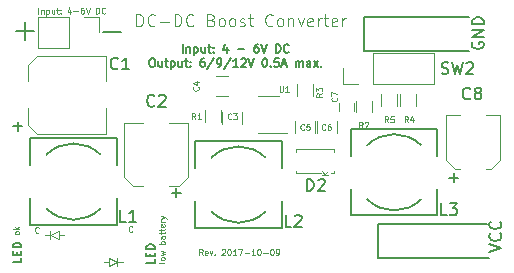
<source format=gto>
G04 #@! TF.FileFunction,Legend,Top*
%FSLAX46Y46*%
G04 Gerber Fmt 4.6, Leading zero omitted, Abs format (unit mm)*
G04 Created by KiCad (PCBNEW 4.0.6) date 2017 October 10, Tuesday 00:19:03*
%MOMM*%
%LPD*%
G01*
G04 APERTURE LIST*
%ADD10C,0.100000*%
%ADD11C,0.125000*%
%ADD12C,0.180000*%
%ADD13C,0.150000*%
%ADD14C,0.200000*%
%ADD15C,0.120000*%
%ADD16C,0.050000*%
G04 APERTURE END LIST*
D10*
D11*
X112791469Y-90980390D02*
X112624802Y-90742295D01*
X112505755Y-90980390D02*
X112505755Y-90480390D01*
X112696231Y-90480390D01*
X112743850Y-90504200D01*
X112767659Y-90528010D01*
X112791469Y-90575629D01*
X112791469Y-90647057D01*
X112767659Y-90694676D01*
X112743850Y-90718486D01*
X112696231Y-90742295D01*
X112505755Y-90742295D01*
X113196231Y-90956581D02*
X113148612Y-90980390D01*
X113053374Y-90980390D01*
X113005755Y-90956581D01*
X112981945Y-90908962D01*
X112981945Y-90718486D01*
X113005755Y-90670867D01*
X113053374Y-90647057D01*
X113148612Y-90647057D01*
X113196231Y-90670867D01*
X113220040Y-90718486D01*
X113220040Y-90766105D01*
X112981945Y-90813724D01*
X113386707Y-90647057D02*
X113505754Y-90980390D01*
X113624802Y-90647057D01*
X113815278Y-90932771D02*
X113839087Y-90956581D01*
X113815278Y-90980390D01*
X113791468Y-90956581D01*
X113815278Y-90932771D01*
X113815278Y-90980390D01*
X114410515Y-90528010D02*
X114434325Y-90504200D01*
X114481944Y-90480390D01*
X114600991Y-90480390D01*
X114648610Y-90504200D01*
X114672420Y-90528010D01*
X114696229Y-90575629D01*
X114696229Y-90623248D01*
X114672420Y-90694676D01*
X114386706Y-90980390D01*
X114696229Y-90980390D01*
X115005753Y-90480390D02*
X115053372Y-90480390D01*
X115100991Y-90504200D01*
X115124800Y-90528010D01*
X115148610Y-90575629D01*
X115172419Y-90670867D01*
X115172419Y-90789914D01*
X115148610Y-90885152D01*
X115124800Y-90932771D01*
X115100991Y-90956581D01*
X115053372Y-90980390D01*
X115005753Y-90980390D01*
X114958134Y-90956581D01*
X114934324Y-90932771D01*
X114910515Y-90885152D01*
X114886705Y-90789914D01*
X114886705Y-90670867D01*
X114910515Y-90575629D01*
X114934324Y-90528010D01*
X114958134Y-90504200D01*
X115005753Y-90480390D01*
X115648609Y-90980390D02*
X115362895Y-90980390D01*
X115505752Y-90980390D02*
X115505752Y-90480390D01*
X115458133Y-90551819D01*
X115410514Y-90599438D01*
X115362895Y-90623248D01*
X115815276Y-90480390D02*
X116148609Y-90480390D01*
X115934323Y-90980390D01*
X116339085Y-90789914D02*
X116720037Y-90789914D01*
X117220037Y-90980390D02*
X116934323Y-90980390D01*
X117077180Y-90980390D02*
X117077180Y-90480390D01*
X117029561Y-90551819D01*
X116981942Y-90599438D01*
X116934323Y-90623248D01*
X117529561Y-90480390D02*
X117577180Y-90480390D01*
X117624799Y-90504200D01*
X117648608Y-90528010D01*
X117672418Y-90575629D01*
X117696227Y-90670867D01*
X117696227Y-90789914D01*
X117672418Y-90885152D01*
X117648608Y-90932771D01*
X117624799Y-90956581D01*
X117577180Y-90980390D01*
X117529561Y-90980390D01*
X117481942Y-90956581D01*
X117458132Y-90932771D01*
X117434323Y-90885152D01*
X117410513Y-90789914D01*
X117410513Y-90670867D01*
X117434323Y-90575629D01*
X117458132Y-90528010D01*
X117481942Y-90504200D01*
X117529561Y-90480390D01*
X117910513Y-90789914D02*
X118291465Y-90789914D01*
X118624799Y-90480390D02*
X118672418Y-90480390D01*
X118720037Y-90504200D01*
X118743846Y-90528010D01*
X118767656Y-90575629D01*
X118791465Y-90670867D01*
X118791465Y-90789914D01*
X118767656Y-90885152D01*
X118743846Y-90932771D01*
X118720037Y-90956581D01*
X118672418Y-90980390D01*
X118624799Y-90980390D01*
X118577180Y-90956581D01*
X118553370Y-90932771D01*
X118529561Y-90885152D01*
X118505751Y-90789914D01*
X118505751Y-90670867D01*
X118529561Y-90575629D01*
X118553370Y-90528010D01*
X118577180Y-90504200D01*
X118624799Y-90480390D01*
X119029560Y-90980390D02*
X119124798Y-90980390D01*
X119172417Y-90956581D01*
X119196227Y-90932771D01*
X119243846Y-90861343D01*
X119267655Y-90766105D01*
X119267655Y-90575629D01*
X119243846Y-90528010D01*
X119220036Y-90504200D01*
X119172417Y-90480390D01*
X119077179Y-90480390D01*
X119029560Y-90504200D01*
X119005751Y-90528010D01*
X118981941Y-90575629D01*
X118981941Y-90694676D01*
X119005751Y-90742295D01*
X119029560Y-90766105D01*
X119077179Y-90789914D01*
X119172417Y-90789914D01*
X119220036Y-90766105D01*
X119243846Y-90742295D01*
X119267655Y-90694676D01*
X97254190Y-89138095D02*
X97230381Y-89185714D01*
X97206571Y-89209523D01*
X97158952Y-89233333D01*
X97016095Y-89233333D01*
X96968476Y-89209523D01*
X96944667Y-89185714D01*
X96920857Y-89138095D01*
X96920857Y-89066666D01*
X96944667Y-89019047D01*
X96968476Y-88995238D01*
X97016095Y-88971428D01*
X97158952Y-88971428D01*
X97206571Y-88995238D01*
X97230381Y-89019047D01*
X97254190Y-89066666D01*
X97254190Y-89138095D01*
X97254190Y-88757142D02*
X96754190Y-88757142D01*
X97063714Y-88709523D02*
X97254190Y-88566666D01*
X96920857Y-88566666D02*
X97111333Y-88757142D01*
X98880173Y-70533390D02*
X98880173Y-70033390D01*
X99118268Y-70200057D02*
X99118268Y-70533390D01*
X99118268Y-70247676D02*
X99142077Y-70223867D01*
X99189696Y-70200057D01*
X99261125Y-70200057D01*
X99308744Y-70223867D01*
X99332553Y-70271486D01*
X99332553Y-70533390D01*
X99570649Y-70200057D02*
X99570649Y-70700057D01*
X99570649Y-70223867D02*
X99618268Y-70200057D01*
X99713506Y-70200057D01*
X99761125Y-70223867D01*
X99784934Y-70247676D01*
X99808744Y-70295295D01*
X99808744Y-70438152D01*
X99784934Y-70485771D01*
X99761125Y-70509581D01*
X99713506Y-70533390D01*
X99618268Y-70533390D01*
X99570649Y-70509581D01*
X100237315Y-70200057D02*
X100237315Y-70533390D01*
X100023030Y-70200057D02*
X100023030Y-70461962D01*
X100046839Y-70509581D01*
X100094458Y-70533390D01*
X100165887Y-70533390D01*
X100213506Y-70509581D01*
X100237315Y-70485771D01*
X100403982Y-70200057D02*
X100594458Y-70200057D01*
X100475411Y-70033390D02*
X100475411Y-70461962D01*
X100499220Y-70509581D01*
X100546839Y-70533390D01*
X100594458Y-70533390D01*
X100761125Y-70485771D02*
X100784934Y-70509581D01*
X100761125Y-70533390D01*
X100737315Y-70509581D01*
X100761125Y-70485771D01*
X100761125Y-70533390D01*
X100761125Y-70223867D02*
X100784934Y-70247676D01*
X100761125Y-70271486D01*
X100737315Y-70247676D01*
X100761125Y-70223867D01*
X100761125Y-70271486D01*
X101594457Y-70200057D02*
X101594457Y-70533390D01*
X101475410Y-70009581D02*
X101356362Y-70366724D01*
X101665886Y-70366724D01*
X101856362Y-70342914D02*
X102237314Y-70342914D01*
X102689695Y-70033390D02*
X102594457Y-70033390D01*
X102546838Y-70057200D01*
X102523029Y-70081010D01*
X102475410Y-70152438D01*
X102451600Y-70247676D01*
X102451600Y-70438152D01*
X102475410Y-70485771D01*
X102499219Y-70509581D01*
X102546838Y-70533390D01*
X102642076Y-70533390D01*
X102689695Y-70509581D01*
X102713505Y-70485771D01*
X102737314Y-70438152D01*
X102737314Y-70319105D01*
X102713505Y-70271486D01*
X102689695Y-70247676D01*
X102642076Y-70223867D01*
X102546838Y-70223867D01*
X102499219Y-70247676D01*
X102475410Y-70271486D01*
X102451600Y-70319105D01*
X102880171Y-70033390D02*
X103046838Y-70533390D01*
X103213504Y-70033390D01*
X103761123Y-70533390D02*
X103761123Y-70033390D01*
X103880170Y-70033390D01*
X103951599Y-70057200D01*
X103999218Y-70104819D01*
X104023027Y-70152438D01*
X104046837Y-70247676D01*
X104046837Y-70319105D01*
X104023027Y-70414343D01*
X103999218Y-70461962D01*
X103951599Y-70509581D01*
X103880170Y-70533390D01*
X103761123Y-70533390D01*
X104546837Y-70485771D02*
X104523027Y-70509581D01*
X104451599Y-70533390D01*
X104403980Y-70533390D01*
X104332551Y-70509581D01*
X104284932Y-70461962D01*
X104261123Y-70414343D01*
X104237313Y-70319105D01*
X104237313Y-70247676D01*
X104261123Y-70152438D01*
X104284932Y-70104819D01*
X104332551Y-70057200D01*
X104403980Y-70033390D01*
X104451599Y-70033390D01*
X104523027Y-70057200D01*
X104546837Y-70081010D01*
D12*
X104394095Y-72126457D02*
X105917905Y-72126457D01*
D13*
X111086668Y-73833867D02*
X111086668Y-73133867D01*
X111420001Y-73367200D02*
X111420001Y-73833867D01*
X111420001Y-73433867D02*
X111453334Y-73400533D01*
X111520001Y-73367200D01*
X111620001Y-73367200D01*
X111686667Y-73400533D01*
X111720001Y-73467200D01*
X111720001Y-73833867D01*
X112053334Y-73367200D02*
X112053334Y-74067200D01*
X112053334Y-73400533D02*
X112120000Y-73367200D01*
X112253334Y-73367200D01*
X112320000Y-73400533D01*
X112353334Y-73433867D01*
X112386667Y-73500533D01*
X112386667Y-73700533D01*
X112353334Y-73767200D01*
X112320000Y-73800533D01*
X112253334Y-73833867D01*
X112120000Y-73833867D01*
X112053334Y-73800533D01*
X112986667Y-73367200D02*
X112986667Y-73833867D01*
X112686667Y-73367200D02*
X112686667Y-73733867D01*
X112720000Y-73800533D01*
X112786667Y-73833867D01*
X112886667Y-73833867D01*
X112953333Y-73800533D01*
X112986667Y-73767200D01*
X113220000Y-73367200D02*
X113486666Y-73367200D01*
X113320000Y-73133867D02*
X113320000Y-73733867D01*
X113353333Y-73800533D01*
X113420000Y-73833867D01*
X113486666Y-73833867D01*
X113720000Y-73767200D02*
X113753333Y-73800533D01*
X113720000Y-73833867D01*
X113686666Y-73800533D01*
X113720000Y-73767200D01*
X113720000Y-73833867D01*
X113720000Y-73400533D02*
X113753333Y-73433867D01*
X113720000Y-73467200D01*
X113686666Y-73433867D01*
X113720000Y-73400533D01*
X113720000Y-73467200D01*
X114886666Y-73367200D02*
X114886666Y-73833867D01*
X114719999Y-73100533D02*
X114553332Y-73600533D01*
X114986666Y-73600533D01*
X115786666Y-73567200D02*
X116319999Y-73567200D01*
X117486666Y-73133867D02*
X117353332Y-73133867D01*
X117286666Y-73167200D01*
X117253332Y-73200533D01*
X117186666Y-73300533D01*
X117153332Y-73433867D01*
X117153332Y-73700533D01*
X117186666Y-73767200D01*
X117219999Y-73800533D01*
X117286666Y-73833867D01*
X117419999Y-73833867D01*
X117486666Y-73800533D01*
X117519999Y-73767200D01*
X117553332Y-73700533D01*
X117553332Y-73533867D01*
X117519999Y-73467200D01*
X117486666Y-73433867D01*
X117419999Y-73400533D01*
X117286666Y-73400533D01*
X117219999Y-73433867D01*
X117186666Y-73467200D01*
X117153332Y-73533867D01*
X117753333Y-73133867D02*
X117986666Y-73833867D01*
X118219999Y-73133867D01*
X118986666Y-73833867D02*
X118986666Y-73133867D01*
X119153332Y-73133867D01*
X119253332Y-73167200D01*
X119319999Y-73233867D01*
X119353332Y-73300533D01*
X119386666Y-73433867D01*
X119386666Y-73533867D01*
X119353332Y-73667200D01*
X119319999Y-73733867D01*
X119253332Y-73800533D01*
X119153332Y-73833867D01*
X118986666Y-73833867D01*
X120086666Y-73767200D02*
X120053332Y-73800533D01*
X119953332Y-73833867D01*
X119886666Y-73833867D01*
X119786666Y-73800533D01*
X119719999Y-73733867D01*
X119686666Y-73667200D01*
X119653332Y-73533867D01*
X119653332Y-73433867D01*
X119686666Y-73300533D01*
X119719999Y-73233867D01*
X119786666Y-73167200D01*
X119886666Y-73133867D01*
X119953332Y-73133867D01*
X120053332Y-73167200D01*
X120086666Y-73200533D01*
X108453335Y-74333867D02*
X108586668Y-74333867D01*
X108653335Y-74367200D01*
X108720002Y-74433867D01*
X108753335Y-74567200D01*
X108753335Y-74800533D01*
X108720002Y-74933867D01*
X108653335Y-75000533D01*
X108586668Y-75033867D01*
X108453335Y-75033867D01*
X108386668Y-75000533D01*
X108320002Y-74933867D01*
X108286668Y-74800533D01*
X108286668Y-74567200D01*
X108320002Y-74433867D01*
X108386668Y-74367200D01*
X108453335Y-74333867D01*
X109353335Y-74567200D02*
X109353335Y-75033867D01*
X109053335Y-74567200D02*
X109053335Y-74933867D01*
X109086668Y-75000533D01*
X109153335Y-75033867D01*
X109253335Y-75033867D01*
X109320001Y-75000533D01*
X109353335Y-74967200D01*
X109586668Y-74567200D02*
X109853334Y-74567200D01*
X109686668Y-74333867D02*
X109686668Y-74933867D01*
X109720001Y-75000533D01*
X109786668Y-75033867D01*
X109853334Y-75033867D01*
X110086668Y-74567200D02*
X110086668Y-75267200D01*
X110086668Y-74600533D02*
X110153334Y-74567200D01*
X110286668Y-74567200D01*
X110353334Y-74600533D01*
X110386668Y-74633867D01*
X110420001Y-74700533D01*
X110420001Y-74900533D01*
X110386668Y-74967200D01*
X110353334Y-75000533D01*
X110286668Y-75033867D01*
X110153334Y-75033867D01*
X110086668Y-75000533D01*
X111020001Y-74567200D02*
X111020001Y-75033867D01*
X110720001Y-74567200D02*
X110720001Y-74933867D01*
X110753334Y-75000533D01*
X110820001Y-75033867D01*
X110920001Y-75033867D01*
X110986667Y-75000533D01*
X111020001Y-74967200D01*
X111253334Y-74567200D02*
X111520000Y-74567200D01*
X111353334Y-74333867D02*
X111353334Y-74933867D01*
X111386667Y-75000533D01*
X111453334Y-75033867D01*
X111520000Y-75033867D01*
X111753334Y-74967200D02*
X111786667Y-75000533D01*
X111753334Y-75033867D01*
X111720000Y-75000533D01*
X111753334Y-74967200D01*
X111753334Y-75033867D01*
X111753334Y-74600533D02*
X111786667Y-74633867D01*
X111753334Y-74667200D01*
X111720000Y-74633867D01*
X111753334Y-74600533D01*
X111753334Y-74667200D01*
X112920000Y-74333867D02*
X112786666Y-74333867D01*
X112720000Y-74367200D01*
X112686666Y-74400533D01*
X112620000Y-74500533D01*
X112586666Y-74633867D01*
X112586666Y-74900533D01*
X112620000Y-74967200D01*
X112653333Y-75000533D01*
X112720000Y-75033867D01*
X112853333Y-75033867D01*
X112920000Y-75000533D01*
X112953333Y-74967200D01*
X112986666Y-74900533D01*
X112986666Y-74733867D01*
X112953333Y-74667200D01*
X112920000Y-74633867D01*
X112853333Y-74600533D01*
X112720000Y-74600533D01*
X112653333Y-74633867D01*
X112620000Y-74667200D01*
X112586666Y-74733867D01*
X113786667Y-74300533D02*
X113186667Y-75200533D01*
X114053333Y-75033867D02*
X114186666Y-75033867D01*
X114253333Y-75000533D01*
X114286666Y-74967200D01*
X114353333Y-74867200D01*
X114386666Y-74733867D01*
X114386666Y-74467200D01*
X114353333Y-74400533D01*
X114320000Y-74367200D01*
X114253333Y-74333867D01*
X114120000Y-74333867D01*
X114053333Y-74367200D01*
X114020000Y-74400533D01*
X113986666Y-74467200D01*
X113986666Y-74633867D01*
X114020000Y-74700533D01*
X114053333Y-74733867D01*
X114120000Y-74767200D01*
X114253333Y-74767200D01*
X114320000Y-74733867D01*
X114353333Y-74700533D01*
X114386666Y-74633867D01*
X115186667Y-74300533D02*
X114586667Y-75200533D01*
X115786666Y-75033867D02*
X115386666Y-75033867D01*
X115586666Y-75033867D02*
X115586666Y-74333867D01*
X115520000Y-74433867D01*
X115453333Y-74500533D01*
X115386666Y-74533867D01*
X116053333Y-74400533D02*
X116086667Y-74367200D01*
X116153333Y-74333867D01*
X116320000Y-74333867D01*
X116386667Y-74367200D01*
X116420000Y-74400533D01*
X116453333Y-74467200D01*
X116453333Y-74533867D01*
X116420000Y-74633867D01*
X116020000Y-75033867D01*
X116453333Y-75033867D01*
X116653334Y-74333867D02*
X116886667Y-75033867D01*
X117120000Y-74333867D01*
X118020000Y-74333867D02*
X118086667Y-74333867D01*
X118153333Y-74367200D01*
X118186667Y-74400533D01*
X118220000Y-74467200D01*
X118253333Y-74600533D01*
X118253333Y-74767200D01*
X118220000Y-74900533D01*
X118186667Y-74967200D01*
X118153333Y-75000533D01*
X118086667Y-75033867D01*
X118020000Y-75033867D01*
X117953333Y-75000533D01*
X117920000Y-74967200D01*
X117886667Y-74900533D01*
X117853333Y-74767200D01*
X117853333Y-74600533D01*
X117886667Y-74467200D01*
X117920000Y-74400533D01*
X117953333Y-74367200D01*
X118020000Y-74333867D01*
X118553334Y-74967200D02*
X118586667Y-75000533D01*
X118553334Y-75033867D01*
X118520000Y-75000533D01*
X118553334Y-74967200D01*
X118553334Y-75033867D01*
X119220000Y-74333867D02*
X118886667Y-74333867D01*
X118853333Y-74667200D01*
X118886667Y-74633867D01*
X118953333Y-74600533D01*
X119120000Y-74600533D01*
X119186667Y-74633867D01*
X119220000Y-74667200D01*
X119253333Y-74733867D01*
X119253333Y-74900533D01*
X119220000Y-74967200D01*
X119186667Y-75000533D01*
X119120000Y-75033867D01*
X118953333Y-75033867D01*
X118886667Y-75000533D01*
X118853333Y-74967200D01*
X119520000Y-74833867D02*
X119853334Y-74833867D01*
X119453334Y-75033867D02*
X119686667Y-74333867D01*
X119920000Y-75033867D01*
X120686667Y-75033867D02*
X120686667Y-74567200D01*
X120686667Y-74633867D02*
X120720000Y-74600533D01*
X120786667Y-74567200D01*
X120886667Y-74567200D01*
X120953333Y-74600533D01*
X120986667Y-74667200D01*
X120986667Y-75033867D01*
X120986667Y-74667200D02*
X121020000Y-74600533D01*
X121086667Y-74567200D01*
X121186667Y-74567200D01*
X121253333Y-74600533D01*
X121286667Y-74667200D01*
X121286667Y-75033867D01*
X121920000Y-75033867D02*
X121920000Y-74667200D01*
X121886666Y-74600533D01*
X121820000Y-74567200D01*
X121686666Y-74567200D01*
X121620000Y-74600533D01*
X121920000Y-75000533D02*
X121853333Y-75033867D01*
X121686666Y-75033867D01*
X121620000Y-75000533D01*
X121586666Y-74933867D01*
X121586666Y-74867200D01*
X121620000Y-74800533D01*
X121686666Y-74767200D01*
X121853333Y-74767200D01*
X121920000Y-74733867D01*
X122186666Y-75033867D02*
X122553333Y-74567200D01*
X122186666Y-74567200D02*
X122553333Y-75033867D01*
X122820000Y-74967200D02*
X122853333Y-75000533D01*
X122820000Y-75033867D01*
X122786666Y-75000533D01*
X122820000Y-74967200D01*
X122820000Y-75033867D01*
D11*
X107190684Y-71597781D02*
X107190684Y-70597781D01*
X107428779Y-70597781D01*
X107571637Y-70645400D01*
X107666875Y-70740638D01*
X107714494Y-70835876D01*
X107762113Y-71026352D01*
X107762113Y-71169210D01*
X107714494Y-71359686D01*
X107666875Y-71454924D01*
X107571637Y-71550162D01*
X107428779Y-71597781D01*
X107190684Y-71597781D01*
X108762113Y-71502543D02*
X108714494Y-71550162D01*
X108571637Y-71597781D01*
X108476399Y-71597781D01*
X108333541Y-71550162D01*
X108238303Y-71454924D01*
X108190684Y-71359686D01*
X108143065Y-71169210D01*
X108143065Y-71026352D01*
X108190684Y-70835876D01*
X108238303Y-70740638D01*
X108333541Y-70645400D01*
X108476399Y-70597781D01*
X108571637Y-70597781D01*
X108714494Y-70645400D01*
X108762113Y-70693019D01*
X109190684Y-71216829D02*
X109952589Y-71216829D01*
X110428779Y-71597781D02*
X110428779Y-70597781D01*
X110666874Y-70597781D01*
X110809732Y-70645400D01*
X110904970Y-70740638D01*
X110952589Y-70835876D01*
X111000208Y-71026352D01*
X111000208Y-71169210D01*
X110952589Y-71359686D01*
X110904970Y-71454924D01*
X110809732Y-71550162D01*
X110666874Y-71597781D01*
X110428779Y-71597781D01*
X112000208Y-71502543D02*
X111952589Y-71550162D01*
X111809732Y-71597781D01*
X111714494Y-71597781D01*
X111571636Y-71550162D01*
X111476398Y-71454924D01*
X111428779Y-71359686D01*
X111381160Y-71169210D01*
X111381160Y-71026352D01*
X111428779Y-70835876D01*
X111476398Y-70740638D01*
X111571636Y-70645400D01*
X111714494Y-70597781D01*
X111809732Y-70597781D01*
X111952589Y-70645400D01*
X112000208Y-70693019D01*
X113524018Y-71073971D02*
X113666875Y-71121590D01*
X113714494Y-71169210D01*
X113762113Y-71264448D01*
X113762113Y-71407305D01*
X113714494Y-71502543D01*
X113666875Y-71550162D01*
X113571637Y-71597781D01*
X113190684Y-71597781D01*
X113190684Y-70597781D01*
X113524018Y-70597781D01*
X113619256Y-70645400D01*
X113666875Y-70693019D01*
X113714494Y-70788257D01*
X113714494Y-70883495D01*
X113666875Y-70978733D01*
X113619256Y-71026352D01*
X113524018Y-71073971D01*
X113190684Y-71073971D01*
X114333541Y-71597781D02*
X114238303Y-71550162D01*
X114190684Y-71502543D01*
X114143065Y-71407305D01*
X114143065Y-71121590D01*
X114190684Y-71026352D01*
X114238303Y-70978733D01*
X114333541Y-70931114D01*
X114476399Y-70931114D01*
X114571637Y-70978733D01*
X114619256Y-71026352D01*
X114666875Y-71121590D01*
X114666875Y-71407305D01*
X114619256Y-71502543D01*
X114571637Y-71550162D01*
X114476399Y-71597781D01*
X114333541Y-71597781D01*
X115238303Y-71597781D02*
X115143065Y-71550162D01*
X115095446Y-71502543D01*
X115047827Y-71407305D01*
X115047827Y-71121590D01*
X115095446Y-71026352D01*
X115143065Y-70978733D01*
X115238303Y-70931114D01*
X115381161Y-70931114D01*
X115476399Y-70978733D01*
X115524018Y-71026352D01*
X115571637Y-71121590D01*
X115571637Y-71407305D01*
X115524018Y-71502543D01*
X115476399Y-71550162D01*
X115381161Y-71597781D01*
X115238303Y-71597781D01*
X115952589Y-71550162D02*
X116047827Y-71597781D01*
X116238303Y-71597781D01*
X116333542Y-71550162D01*
X116381161Y-71454924D01*
X116381161Y-71407305D01*
X116333542Y-71312067D01*
X116238303Y-71264448D01*
X116095446Y-71264448D01*
X116000208Y-71216829D01*
X115952589Y-71121590D01*
X115952589Y-71073971D01*
X116000208Y-70978733D01*
X116095446Y-70931114D01*
X116238303Y-70931114D01*
X116333542Y-70978733D01*
X116666875Y-70931114D02*
X117047827Y-70931114D01*
X116809732Y-70597781D02*
X116809732Y-71454924D01*
X116857351Y-71550162D01*
X116952589Y-71597781D01*
X117047827Y-71597781D01*
X118714495Y-71502543D02*
X118666876Y-71550162D01*
X118524019Y-71597781D01*
X118428781Y-71597781D01*
X118285923Y-71550162D01*
X118190685Y-71454924D01*
X118143066Y-71359686D01*
X118095447Y-71169210D01*
X118095447Y-71026352D01*
X118143066Y-70835876D01*
X118190685Y-70740638D01*
X118285923Y-70645400D01*
X118428781Y-70597781D01*
X118524019Y-70597781D01*
X118666876Y-70645400D01*
X118714495Y-70693019D01*
X119285923Y-71597781D02*
X119190685Y-71550162D01*
X119143066Y-71502543D01*
X119095447Y-71407305D01*
X119095447Y-71121590D01*
X119143066Y-71026352D01*
X119190685Y-70978733D01*
X119285923Y-70931114D01*
X119428781Y-70931114D01*
X119524019Y-70978733D01*
X119571638Y-71026352D01*
X119619257Y-71121590D01*
X119619257Y-71407305D01*
X119571638Y-71502543D01*
X119524019Y-71550162D01*
X119428781Y-71597781D01*
X119285923Y-71597781D01*
X120047828Y-70931114D02*
X120047828Y-71597781D01*
X120047828Y-71026352D02*
X120095447Y-70978733D01*
X120190685Y-70931114D01*
X120333543Y-70931114D01*
X120428781Y-70978733D01*
X120476400Y-71073971D01*
X120476400Y-71597781D01*
X120857352Y-70931114D02*
X121095447Y-71597781D01*
X121333543Y-70931114D01*
X122095448Y-71550162D02*
X122000210Y-71597781D01*
X121809733Y-71597781D01*
X121714495Y-71550162D01*
X121666876Y-71454924D01*
X121666876Y-71073971D01*
X121714495Y-70978733D01*
X121809733Y-70931114D01*
X122000210Y-70931114D01*
X122095448Y-70978733D01*
X122143067Y-71073971D01*
X122143067Y-71169210D01*
X121666876Y-71264448D01*
X122571638Y-71597781D02*
X122571638Y-70931114D01*
X122571638Y-71121590D02*
X122619257Y-71026352D01*
X122666876Y-70978733D01*
X122762114Y-70931114D01*
X122857353Y-70931114D01*
X123047829Y-70931114D02*
X123428781Y-70931114D01*
X123190686Y-70597781D02*
X123190686Y-71454924D01*
X123238305Y-71550162D01*
X123333543Y-71597781D01*
X123428781Y-71597781D01*
X124143068Y-71550162D02*
X124047830Y-71597781D01*
X123857353Y-71597781D01*
X123762115Y-71550162D01*
X123714496Y-71454924D01*
X123714496Y-71073971D01*
X123762115Y-70978733D01*
X123857353Y-70931114D01*
X124047830Y-70931114D01*
X124143068Y-70978733D01*
X124190687Y-71073971D01*
X124190687Y-71169210D01*
X123714496Y-71264448D01*
X124619258Y-71597781D02*
X124619258Y-70931114D01*
X124619258Y-71121590D02*
X124666877Y-71026352D01*
X124714496Y-70978733D01*
X124809734Y-70931114D01*
X124904973Y-70931114D01*
D14*
X127635000Y-91262200D02*
X137007600Y-91262200D01*
X127635000Y-88392000D02*
X127635000Y-91262200D01*
X136906000Y-88392000D02*
X127635000Y-88392000D01*
X126415800Y-73685400D02*
X135331200Y-73685400D01*
X126415800Y-73507600D02*
X126415800Y-73685400D01*
X126415800Y-70789800D02*
X126415800Y-73507600D01*
X135305800Y-70789800D02*
X126415800Y-70789800D01*
D13*
X137069581Y-90715933D02*
X138069581Y-90382600D01*
X137069581Y-90049266D01*
X137974343Y-89144504D02*
X138021962Y-89192123D01*
X138069581Y-89334980D01*
X138069581Y-89430218D01*
X138021962Y-89573076D01*
X137926724Y-89668314D01*
X137831486Y-89715933D01*
X137641010Y-89763552D01*
X137498152Y-89763552D01*
X137307676Y-89715933D01*
X137212438Y-89668314D01*
X137117200Y-89573076D01*
X137069581Y-89430218D01*
X137069581Y-89334980D01*
X137117200Y-89192123D01*
X137164819Y-89144504D01*
X137974343Y-88144504D02*
X138021962Y-88192123D01*
X138069581Y-88334980D01*
X138069581Y-88430218D01*
X138021962Y-88573076D01*
X137926724Y-88668314D01*
X137831486Y-88715933D01*
X137641010Y-88763552D01*
X137498152Y-88763552D01*
X137307676Y-88715933D01*
X137212438Y-88668314D01*
X137117200Y-88573076D01*
X137069581Y-88430218D01*
X137069581Y-88334980D01*
X137117200Y-88192123D01*
X137164819Y-88144504D01*
X135631300Y-72961404D02*
X135583681Y-73056642D01*
X135583681Y-73199499D01*
X135631300Y-73342357D01*
X135726538Y-73437595D01*
X135821776Y-73485214D01*
X136012252Y-73532833D01*
X136155110Y-73532833D01*
X136345586Y-73485214D01*
X136440824Y-73437595D01*
X136536062Y-73342357D01*
X136583681Y-73199499D01*
X136583681Y-73104261D01*
X136536062Y-72961404D01*
X136488443Y-72913785D01*
X136155110Y-72913785D01*
X136155110Y-73104261D01*
X136583681Y-72485214D02*
X135583681Y-72485214D01*
X136583681Y-71913785D01*
X135583681Y-71913785D01*
X136583681Y-71437595D02*
X135583681Y-71437595D01*
X135583681Y-71199500D01*
X135631300Y-71056642D01*
X135726538Y-70961404D01*
X135821776Y-70913785D01*
X136012252Y-70866166D01*
X136155110Y-70866166D01*
X136345586Y-70913785D01*
X136440824Y-70961404D01*
X136536062Y-71056642D01*
X136583681Y-71199500D01*
X136583681Y-71437595D01*
D11*
X109573190Y-91604066D02*
X109549381Y-91651685D01*
X109501762Y-91675494D01*
X109073190Y-91675494D01*
X109573190Y-91342161D02*
X109549381Y-91389780D01*
X109525571Y-91413589D01*
X109477952Y-91437399D01*
X109335095Y-91437399D01*
X109287476Y-91413589D01*
X109263667Y-91389780D01*
X109239857Y-91342161D01*
X109239857Y-91270732D01*
X109263667Y-91223113D01*
X109287476Y-91199304D01*
X109335095Y-91175494D01*
X109477952Y-91175494D01*
X109525571Y-91199304D01*
X109549381Y-91223113D01*
X109573190Y-91270732D01*
X109573190Y-91342161D01*
X109239857Y-91008827D02*
X109573190Y-90913589D01*
X109335095Y-90818351D01*
X109573190Y-90723113D01*
X109239857Y-90627875D01*
X109573190Y-90056446D02*
X109073190Y-90056446D01*
X109263667Y-90056446D02*
X109239857Y-90008827D01*
X109239857Y-89913589D01*
X109263667Y-89865970D01*
X109287476Y-89842161D01*
X109335095Y-89818351D01*
X109477952Y-89818351D01*
X109525571Y-89842161D01*
X109549381Y-89865970D01*
X109573190Y-89913589D01*
X109573190Y-90008827D01*
X109549381Y-90056446D01*
X109573190Y-89389780D02*
X109311286Y-89389780D01*
X109263667Y-89413589D01*
X109239857Y-89461208D01*
X109239857Y-89556446D01*
X109263667Y-89604065D01*
X109549381Y-89389780D02*
X109573190Y-89437399D01*
X109573190Y-89556446D01*
X109549381Y-89604065D01*
X109501762Y-89627875D01*
X109454143Y-89627875D01*
X109406524Y-89604065D01*
X109382714Y-89556446D01*
X109382714Y-89437399D01*
X109358905Y-89389780D01*
X109239857Y-89223113D02*
X109239857Y-89032637D01*
X109073190Y-89151684D02*
X109501762Y-89151684D01*
X109549381Y-89127875D01*
X109573190Y-89080256D01*
X109573190Y-89032637D01*
X109239857Y-88937399D02*
X109239857Y-88746923D01*
X109073190Y-88865970D02*
X109501762Y-88865970D01*
X109549381Y-88842161D01*
X109573190Y-88794542D01*
X109573190Y-88746923D01*
X109549381Y-88389780D02*
X109573190Y-88437399D01*
X109573190Y-88532637D01*
X109549381Y-88580256D01*
X109501762Y-88604066D01*
X109311286Y-88604066D01*
X109263667Y-88580256D01*
X109239857Y-88532637D01*
X109239857Y-88437399D01*
X109263667Y-88389780D01*
X109311286Y-88365971D01*
X109358905Y-88365971D01*
X109406524Y-88604066D01*
X109573190Y-88151685D02*
X109239857Y-88151685D01*
X109335095Y-88151685D02*
X109287476Y-88127876D01*
X109263667Y-88104066D01*
X109239857Y-88056447D01*
X109239857Y-88008828D01*
X109239857Y-87889780D02*
X109573190Y-87770733D01*
X109239857Y-87651685D02*
X109573190Y-87770733D01*
X109692238Y-87818352D01*
X109716048Y-87842161D01*
X109739857Y-87889780D01*
D12*
X97028095Y-72024857D02*
X98551905Y-72024857D01*
X97790000Y-72786762D02*
X97790000Y-71262952D01*
D15*
X119244000Y-77548300D02*
X117484000Y-77548300D01*
X117484000Y-80618300D02*
X119914000Y-80618300D01*
X104646000Y-80693800D02*
X104646000Y-78513800D01*
X104646000Y-74093800D02*
X104646000Y-76273800D01*
X98046000Y-79933800D02*
X98046000Y-78513800D01*
X98046000Y-74853800D02*
X98046000Y-76273800D01*
X104646000Y-80693800D02*
X98806000Y-80693800D01*
X98806000Y-80693800D02*
X98046000Y-79933800D01*
X98046000Y-74853800D02*
X98806000Y-74093800D01*
X98806000Y-74093800D02*
X104646000Y-74093800D01*
X111509000Y-79803800D02*
X109959000Y-79803800D01*
X106169000Y-79803800D02*
X107719000Y-79803800D01*
X110749000Y-85143800D02*
X109959000Y-85143800D01*
X106929000Y-85143800D02*
X107719000Y-85143800D01*
X106169000Y-79803800D02*
X106169000Y-84383800D01*
X106169000Y-84383800D02*
X106929000Y-85143800D01*
X110749000Y-85143800D02*
X111509000Y-84383800D01*
X111509000Y-84383800D02*
X111509000Y-79803800D01*
X114901600Y-75807200D02*
X113901600Y-75807200D01*
X113901600Y-77507200D02*
X114901600Y-77507200D01*
X120638200Y-79662400D02*
X120638200Y-80662400D01*
X122338200Y-80662400D02*
X122338200Y-79662400D01*
D13*
X99568000Y-87045800D02*
G75*
G03X104140000Y-87045800I2286000J2286000D01*
G01*
X104140000Y-82473800D02*
G75*
G03X99568000Y-82473800I-2286000J-2286000D01*
G01*
X105504000Y-88409800D02*
X105504000Y-86159800D01*
X105504000Y-81109800D02*
X105504000Y-83359800D01*
X98204000Y-88409800D02*
X98204000Y-86159800D01*
X98204000Y-81109800D02*
X98204000Y-83359800D01*
X105504000Y-88409800D02*
X98204000Y-88409800D01*
X98204000Y-81109800D02*
X105504000Y-81109800D01*
X113538000Y-87299800D02*
G75*
G03X118110000Y-87299800I2286000J2286000D01*
G01*
X118110000Y-82727800D02*
G75*
G03X113538000Y-82727800I-2286000J-2286000D01*
G01*
X119474000Y-88663800D02*
X119474000Y-86413800D01*
X119474000Y-81363800D02*
X119474000Y-83613800D01*
X112174000Y-88663800D02*
X112174000Y-86413800D01*
X112174000Y-81363800D02*
X112174000Y-83613800D01*
X119474000Y-88663800D02*
X112174000Y-88663800D01*
X112174000Y-81363800D02*
X119474000Y-81363800D01*
X126720600Y-86258400D02*
G75*
G03X131292600Y-86258400I2286000J2286000D01*
G01*
X131292600Y-81686400D02*
G75*
G03X126720600Y-81686400I-2286000J-2286000D01*
G01*
X132656600Y-87622400D02*
X132656600Y-85372400D01*
X132656600Y-80322400D02*
X132656600Y-82572400D01*
X125356600Y-87622400D02*
X125356600Y-85372400D01*
X125356600Y-80322400D02*
X125356600Y-82572400D01*
X132656600Y-87622400D02*
X125356600Y-87622400D01*
X125356600Y-80322400D02*
X132656600Y-80322400D01*
D15*
X114319600Y-78697200D02*
X114319600Y-79697200D01*
X112959600Y-79697200D02*
X112959600Y-78697200D01*
X114415200Y-78849600D02*
X114415200Y-79849600D01*
X116115200Y-79849600D02*
X116115200Y-78849600D01*
X122441600Y-79662400D02*
X122441600Y-80662400D01*
X124141600Y-80662400D02*
X124141600Y-79662400D01*
X125568000Y-78110600D02*
X125568000Y-78810600D01*
X124368000Y-78810600D02*
X124368000Y-78110600D01*
X137206800Y-83697000D02*
X136806800Y-83697000D01*
X137976800Y-79117000D02*
X136806800Y-79117000D01*
X133396800Y-79117000D02*
X134566800Y-79117000D01*
X134166800Y-83697000D02*
X134566800Y-83697000D01*
X137976800Y-82927000D02*
X137976800Y-79117000D01*
X137976800Y-82927000D02*
X137206800Y-83697000D01*
X133396800Y-82927000D02*
X133396800Y-79117000D01*
X133396800Y-82927000D02*
X134166800Y-83697000D01*
X127133900Y-77897100D02*
X127133900Y-78897100D01*
X125773900Y-78897100D02*
X125773900Y-77897100D01*
X122117400Y-76474700D02*
X122117400Y-77474700D01*
X120757400Y-77474700D02*
X120757400Y-76474700D01*
X130893100Y-77351000D02*
X130893100Y-78351000D01*
X129533100Y-78351000D02*
X129533100Y-77351000D01*
X129267500Y-77351000D02*
X129267500Y-78351000D01*
X127907500Y-78351000D02*
X127907500Y-77351000D01*
X98847600Y-70806000D02*
X98847600Y-73466000D01*
X101447600Y-70806000D02*
X98847600Y-70806000D01*
X101447600Y-73466000D02*
X98847600Y-73466000D01*
X101447600Y-70806000D02*
X101447600Y-73466000D01*
X102717600Y-70806000D02*
X104047600Y-70806000D01*
X104047600Y-70806000D02*
X104047600Y-72136000D01*
X123677200Y-84032600D02*
X123877200Y-84032600D01*
X120677200Y-84032600D02*
X122777200Y-84032600D01*
X120677200Y-82032600D02*
X120677200Y-82232600D01*
X123877200Y-82032600D02*
X123877200Y-82232600D01*
X120677200Y-84032600D02*
X120677200Y-83832600D01*
X123877200Y-84032600D02*
X123877200Y-83832600D01*
X120677200Y-82032600D02*
X123877200Y-82032600D01*
X132394000Y-76514000D02*
X132394000Y-73854000D01*
X127254000Y-76514000D02*
X132394000Y-76514000D01*
X127254000Y-73854000D02*
X132394000Y-73854000D01*
X127254000Y-76514000D02*
X127254000Y-73854000D01*
X125984000Y-76514000D02*
X124654000Y-76514000D01*
X124654000Y-76514000D02*
X124654000Y-75184000D01*
D16*
X99906000Y-89274000D02*
X100606000Y-89624000D01*
X100606000Y-88924000D02*
X99906000Y-89274000D01*
X100606000Y-89274000D02*
X101056000Y-89274000D01*
X100606000Y-89224000D02*
X100606000Y-88924000D01*
X100606000Y-88924000D02*
X100606000Y-89224000D01*
X99906000Y-89274000D02*
X99406000Y-89274000D01*
X99906000Y-88924000D02*
X99906000Y-89624000D01*
X100606000Y-89224000D02*
X100606000Y-89624000D01*
X100606000Y-89624000D02*
X100606000Y-89224000D01*
X100606000Y-89224000D02*
X100606000Y-89624000D01*
X100606000Y-89224000D02*
X100606000Y-89624000D01*
X105580000Y-91574000D02*
X104880000Y-91224000D01*
X104880000Y-91924000D02*
X105580000Y-91574000D01*
X104880000Y-91574000D02*
X104430000Y-91574000D01*
X104880000Y-91624000D02*
X104880000Y-91924000D01*
X104880000Y-91924000D02*
X104880000Y-91624000D01*
X105580000Y-91574000D02*
X106080000Y-91574000D01*
X105580000Y-91924000D02*
X105580000Y-91224000D01*
X104880000Y-91624000D02*
X104880000Y-91224000D01*
X104880000Y-91224000D02*
X104880000Y-91624000D01*
X104880000Y-91624000D02*
X104880000Y-91224000D01*
X104880000Y-91624000D02*
X104880000Y-91224000D01*
D11*
X119303848Y-76662790D02*
X119303848Y-77067552D01*
X119327657Y-77115171D01*
X119351467Y-77138981D01*
X119399086Y-77162790D01*
X119494324Y-77162790D01*
X119541943Y-77138981D01*
X119565752Y-77115171D01*
X119589562Y-77067552D01*
X119589562Y-76662790D01*
X120089562Y-77162790D02*
X119803848Y-77162790D01*
X119946705Y-77162790D02*
X119946705Y-76662790D01*
X119899086Y-76734219D01*
X119851467Y-76781838D01*
X119803848Y-76805648D01*
D13*
X105624334Y-75160143D02*
X105576715Y-75207762D01*
X105433858Y-75255381D01*
X105338620Y-75255381D01*
X105195762Y-75207762D01*
X105100524Y-75112524D01*
X105052905Y-75017286D01*
X105005286Y-74826810D01*
X105005286Y-74683952D01*
X105052905Y-74493476D01*
X105100524Y-74398238D01*
X105195762Y-74303000D01*
X105338620Y-74255381D01*
X105433858Y-74255381D01*
X105576715Y-74303000D01*
X105624334Y-74350619D01*
X106576715Y-75255381D02*
X106005286Y-75255381D01*
X106291000Y-75255381D02*
X106291000Y-74255381D01*
X106195762Y-74398238D01*
X106100524Y-74493476D01*
X106005286Y-74541095D01*
X96774048Y-80081429D02*
X97535953Y-80081429D01*
X97155001Y-80462381D02*
X97155001Y-79700476D01*
X108697734Y-78309743D02*
X108650115Y-78357362D01*
X108507258Y-78404981D01*
X108412020Y-78404981D01*
X108269162Y-78357362D01*
X108173924Y-78262124D01*
X108126305Y-78166886D01*
X108078686Y-77976410D01*
X108078686Y-77833552D01*
X108126305Y-77643076D01*
X108173924Y-77547838D01*
X108269162Y-77452600D01*
X108412020Y-77404981D01*
X108507258Y-77404981D01*
X108650115Y-77452600D01*
X108697734Y-77500219D01*
X109078686Y-77500219D02*
X109126305Y-77452600D01*
X109221543Y-77404981D01*
X109459639Y-77404981D01*
X109554877Y-77452600D01*
X109602496Y-77500219D01*
X109650115Y-77595457D01*
X109650115Y-77690695D01*
X109602496Y-77833552D01*
X109031067Y-78404981D01*
X109650115Y-78404981D01*
X110561429Y-86105952D02*
X110561429Y-85344047D01*
X110942381Y-85724999D02*
X110180476Y-85724999D01*
D11*
X112421171Y-76740533D02*
X112444981Y-76764343D01*
X112468790Y-76835771D01*
X112468790Y-76883390D01*
X112444981Y-76954819D01*
X112397362Y-77002438D01*
X112349743Y-77026247D01*
X112254505Y-77050057D01*
X112183076Y-77050057D01*
X112087838Y-77026247D01*
X112040219Y-77002438D01*
X111992600Y-76954819D01*
X111968790Y-76883390D01*
X111968790Y-76835771D01*
X111992600Y-76764343D01*
X112016410Y-76740533D01*
X112135457Y-76311962D02*
X112468790Y-76311962D01*
X111944981Y-76431009D02*
X112302124Y-76550057D01*
X112302124Y-76240533D01*
X121379467Y-80340971D02*
X121355657Y-80364781D01*
X121284229Y-80388590D01*
X121236610Y-80388590D01*
X121165181Y-80364781D01*
X121117562Y-80317162D01*
X121093753Y-80269543D01*
X121069943Y-80174305D01*
X121069943Y-80102876D01*
X121093753Y-80007638D01*
X121117562Y-79960019D01*
X121165181Y-79912400D01*
X121236610Y-79888590D01*
X121284229Y-79888590D01*
X121355657Y-79912400D01*
X121379467Y-79936210D01*
X121831848Y-79888590D02*
X121593753Y-79888590D01*
X121569943Y-80126686D01*
X121593753Y-80102876D01*
X121641372Y-80079067D01*
X121760419Y-80079067D01*
X121808038Y-80102876D01*
X121831848Y-80126686D01*
X121855657Y-80174305D01*
X121855657Y-80293352D01*
X121831848Y-80340971D01*
X121808038Y-80364781D01*
X121760419Y-80388590D01*
X121641372Y-80388590D01*
X121593753Y-80364781D01*
X121569943Y-80340971D01*
D13*
X106284734Y-88158581D02*
X105808543Y-88158581D01*
X105808543Y-87158581D01*
X107141877Y-88158581D02*
X106570448Y-88158581D01*
X106856162Y-88158581D02*
X106856162Y-87158581D01*
X106760924Y-87301438D01*
X106665686Y-87396676D01*
X106570448Y-87444295D01*
X120305534Y-88590381D02*
X119829343Y-88590381D01*
X119829343Y-87590381D01*
X120591248Y-87685619D02*
X120638867Y-87638000D01*
X120734105Y-87590381D01*
X120972201Y-87590381D01*
X121067439Y-87638000D01*
X121115058Y-87685619D01*
X121162677Y-87780857D01*
X121162677Y-87876095D01*
X121115058Y-88018952D01*
X120543629Y-88590381D01*
X121162677Y-88590381D01*
X133462734Y-87599781D02*
X132986543Y-87599781D01*
X132986543Y-86599781D01*
X133700829Y-86599781D02*
X134319877Y-86599781D01*
X133986543Y-86980733D01*
X134129401Y-86980733D01*
X134224639Y-87028352D01*
X134272258Y-87075971D01*
X134319877Y-87171210D01*
X134319877Y-87409305D01*
X134272258Y-87504543D01*
X134224639Y-87552162D01*
X134129401Y-87599781D01*
X133843686Y-87599781D01*
X133748448Y-87552162D01*
X133700829Y-87504543D01*
D11*
X112184667Y-79474190D02*
X112018000Y-79236095D01*
X111898953Y-79474190D02*
X111898953Y-78974190D01*
X112089429Y-78974190D01*
X112137048Y-78998000D01*
X112160857Y-79021810D01*
X112184667Y-79069429D01*
X112184667Y-79140857D01*
X112160857Y-79188476D01*
X112137048Y-79212286D01*
X112089429Y-79236095D01*
X111898953Y-79236095D01*
X112660857Y-79474190D02*
X112375143Y-79474190D01*
X112518000Y-79474190D02*
X112518000Y-78974190D01*
X112470381Y-79045619D01*
X112422762Y-79093238D01*
X112375143Y-79117048D01*
X115232667Y-79426571D02*
X115208857Y-79450381D01*
X115137429Y-79474190D01*
X115089810Y-79474190D01*
X115018381Y-79450381D01*
X114970762Y-79402762D01*
X114946953Y-79355143D01*
X114923143Y-79259905D01*
X114923143Y-79188476D01*
X114946953Y-79093238D01*
X114970762Y-79045619D01*
X115018381Y-78998000D01*
X115089810Y-78974190D01*
X115137429Y-78974190D01*
X115208857Y-78998000D01*
X115232667Y-79021810D01*
X115399334Y-78974190D02*
X115708857Y-78974190D01*
X115542191Y-79164667D01*
X115613619Y-79164667D01*
X115661238Y-79188476D01*
X115685048Y-79212286D01*
X115708857Y-79259905D01*
X115708857Y-79378952D01*
X115685048Y-79426571D01*
X115661238Y-79450381D01*
X115613619Y-79474190D01*
X115470762Y-79474190D01*
X115423143Y-79450381D01*
X115399334Y-79426571D01*
X123182867Y-80340971D02*
X123159057Y-80364781D01*
X123087629Y-80388590D01*
X123040010Y-80388590D01*
X122968581Y-80364781D01*
X122920962Y-80317162D01*
X122897153Y-80269543D01*
X122873343Y-80174305D01*
X122873343Y-80102876D01*
X122897153Y-80007638D01*
X122920962Y-79960019D01*
X122968581Y-79912400D01*
X123040010Y-79888590D01*
X123087629Y-79888590D01*
X123159057Y-79912400D01*
X123182867Y-79936210D01*
X123611438Y-79888590D02*
X123516200Y-79888590D01*
X123468581Y-79912400D01*
X123444772Y-79936210D01*
X123397153Y-80007638D01*
X123373343Y-80102876D01*
X123373343Y-80293352D01*
X123397153Y-80340971D01*
X123420962Y-80364781D01*
X123468581Y-80388590D01*
X123563819Y-80388590D01*
X123611438Y-80364781D01*
X123635248Y-80340971D01*
X123659057Y-80293352D01*
X123659057Y-80174305D01*
X123635248Y-80126686D01*
X123611438Y-80102876D01*
X123563819Y-80079067D01*
X123468581Y-80079067D01*
X123420962Y-80102876D01*
X123397153Y-80126686D01*
X123373343Y-80174305D01*
X124130571Y-77654933D02*
X124154381Y-77678743D01*
X124178190Y-77750171D01*
X124178190Y-77797790D01*
X124154381Y-77869219D01*
X124106762Y-77916838D01*
X124059143Y-77940647D01*
X123963905Y-77964457D01*
X123892476Y-77964457D01*
X123797238Y-77940647D01*
X123749619Y-77916838D01*
X123702000Y-77869219D01*
X123678190Y-77797790D01*
X123678190Y-77750171D01*
X123702000Y-77678743D01*
X123725810Y-77654933D01*
X123678190Y-77488266D02*
X123678190Y-77154933D01*
X124178190Y-77369219D01*
D13*
X135443934Y-77700143D02*
X135396315Y-77747762D01*
X135253458Y-77795381D01*
X135158220Y-77795381D01*
X135015362Y-77747762D01*
X134920124Y-77652524D01*
X134872505Y-77557286D01*
X134824886Y-77366810D01*
X134824886Y-77223952D01*
X134872505Y-77033476D01*
X134920124Y-76938238D01*
X135015362Y-76843000D01*
X135158220Y-76795381D01*
X135253458Y-76795381D01*
X135396315Y-76843000D01*
X135443934Y-76890619D01*
X136015362Y-77223952D02*
X135920124Y-77176333D01*
X135872505Y-77128714D01*
X135824886Y-77033476D01*
X135824886Y-76985857D01*
X135872505Y-76890619D01*
X135920124Y-76843000D01*
X136015362Y-76795381D01*
X136205839Y-76795381D01*
X136301077Y-76843000D01*
X136348696Y-76890619D01*
X136396315Y-76985857D01*
X136396315Y-77033476D01*
X136348696Y-77128714D01*
X136301077Y-77176333D01*
X136205839Y-77223952D01*
X136015362Y-77223952D01*
X135920124Y-77271571D01*
X135872505Y-77319190D01*
X135824886Y-77414429D01*
X135824886Y-77604905D01*
X135872505Y-77700143D01*
X135920124Y-77747762D01*
X136015362Y-77795381D01*
X136205839Y-77795381D01*
X136301077Y-77747762D01*
X136348696Y-77700143D01*
X136396315Y-77604905D01*
X136396315Y-77414429D01*
X136348696Y-77319190D01*
X136301077Y-77271571D01*
X136205839Y-77223952D01*
X134056429Y-84835952D02*
X134056429Y-84074047D01*
X134437381Y-84454999D02*
X133675476Y-84454999D01*
D11*
X126332467Y-80210790D02*
X126165800Y-79972695D01*
X126046753Y-80210790D02*
X126046753Y-79710790D01*
X126237229Y-79710790D01*
X126284848Y-79734600D01*
X126308657Y-79758410D01*
X126332467Y-79806029D01*
X126332467Y-79877457D01*
X126308657Y-79925076D01*
X126284848Y-79948886D01*
X126237229Y-79972695D01*
X126046753Y-79972695D01*
X126522943Y-79758410D02*
X126546753Y-79734600D01*
X126594372Y-79710790D01*
X126713419Y-79710790D01*
X126761038Y-79734600D01*
X126784848Y-79758410D01*
X126808657Y-79806029D01*
X126808657Y-79853648D01*
X126784848Y-79925076D01*
X126499134Y-80210790D01*
X126808657Y-80210790D01*
X122908190Y-77299333D02*
X122670095Y-77466000D01*
X122908190Y-77585047D02*
X122408190Y-77585047D01*
X122408190Y-77394571D01*
X122432000Y-77346952D01*
X122455810Y-77323143D01*
X122503429Y-77299333D01*
X122574857Y-77299333D01*
X122622476Y-77323143D01*
X122646286Y-77346952D01*
X122670095Y-77394571D01*
X122670095Y-77585047D01*
X122408190Y-77132666D02*
X122408190Y-76823143D01*
X122598667Y-76989809D01*
X122598667Y-76918381D01*
X122622476Y-76870762D01*
X122646286Y-76846952D01*
X122693905Y-76823143D01*
X122812952Y-76823143D01*
X122860571Y-76846952D01*
X122884381Y-76870762D01*
X122908190Y-76918381D01*
X122908190Y-77061238D01*
X122884381Y-77108857D01*
X122860571Y-77132666D01*
X130167867Y-79740890D02*
X130001200Y-79502795D01*
X129882153Y-79740890D02*
X129882153Y-79240890D01*
X130072629Y-79240890D01*
X130120248Y-79264700D01*
X130144057Y-79288510D01*
X130167867Y-79336129D01*
X130167867Y-79407557D01*
X130144057Y-79455176D01*
X130120248Y-79478986D01*
X130072629Y-79502795D01*
X129882153Y-79502795D01*
X130596438Y-79407557D02*
X130596438Y-79740890D01*
X130477391Y-79217081D02*
X130358343Y-79574224D01*
X130667867Y-79574224D01*
X128504167Y-79740890D02*
X128337500Y-79502795D01*
X128218453Y-79740890D02*
X128218453Y-79240890D01*
X128408929Y-79240890D01*
X128456548Y-79264700D01*
X128480357Y-79288510D01*
X128504167Y-79336129D01*
X128504167Y-79407557D01*
X128480357Y-79455176D01*
X128456548Y-79478986D01*
X128408929Y-79502795D01*
X128218453Y-79502795D01*
X128956548Y-79240890D02*
X128718453Y-79240890D01*
X128694643Y-79478986D01*
X128718453Y-79455176D01*
X128766072Y-79431367D01*
X128885119Y-79431367D01*
X128932738Y-79455176D01*
X128956548Y-79478986D01*
X128980357Y-79526605D01*
X128980357Y-79645652D01*
X128956548Y-79693271D01*
X128932738Y-79717081D01*
X128885119Y-79740890D01*
X128766072Y-79740890D01*
X128718453Y-79717081D01*
X128694643Y-79693271D01*
D13*
X121613705Y-85542381D02*
X121613705Y-84542381D01*
X121851800Y-84542381D01*
X121994658Y-84590000D01*
X122089896Y-84685238D01*
X122137515Y-84780476D01*
X122185134Y-84970952D01*
X122185134Y-85113810D01*
X122137515Y-85304286D01*
X122089896Y-85399524D01*
X121994658Y-85494762D01*
X121851800Y-85542381D01*
X121613705Y-85542381D01*
X122566086Y-84637619D02*
X122613705Y-84590000D01*
X122708943Y-84542381D01*
X122947039Y-84542381D01*
X123042277Y-84590000D01*
X123089896Y-84637619D01*
X123137515Y-84732857D01*
X123137515Y-84828095D01*
X123089896Y-84970952D01*
X122518467Y-85542381D01*
X123137515Y-85542381D01*
D11*
X123407914Y-84163552D02*
X122897914Y-84163552D01*
X123407914Y-83877838D02*
X123116486Y-84092124D01*
X122897914Y-83877838D02*
X123189343Y-84163552D01*
D13*
X133032667Y-75588762D02*
X133175524Y-75636381D01*
X133413620Y-75636381D01*
X133508858Y-75588762D01*
X133556477Y-75541143D01*
X133604096Y-75445905D01*
X133604096Y-75350667D01*
X133556477Y-75255429D01*
X133508858Y-75207810D01*
X133413620Y-75160190D01*
X133223143Y-75112571D01*
X133127905Y-75064952D01*
X133080286Y-75017333D01*
X133032667Y-74922095D01*
X133032667Y-74826857D01*
X133080286Y-74731619D01*
X133127905Y-74684000D01*
X133223143Y-74636381D01*
X133461239Y-74636381D01*
X133604096Y-74684000D01*
X133937429Y-74636381D02*
X134175524Y-75636381D01*
X134366001Y-74922095D01*
X134556477Y-75636381D01*
X134794572Y-74636381D01*
X135127905Y-74731619D02*
X135175524Y-74684000D01*
X135270762Y-74636381D01*
X135508858Y-74636381D01*
X135604096Y-74684000D01*
X135651715Y-74731619D01*
X135699334Y-74826857D01*
X135699334Y-74922095D01*
X135651715Y-75064952D01*
X135080286Y-75636381D01*
X135699334Y-75636381D01*
X97446267Y-91204200D02*
X97446267Y-91537533D01*
X96746267Y-91537533D01*
X97079600Y-90970866D02*
X97079600Y-90737533D01*
X97446267Y-90637533D02*
X97446267Y-90970866D01*
X96746267Y-90970866D01*
X96746267Y-90637533D01*
X97446267Y-90337533D02*
X96746267Y-90337533D01*
X96746267Y-90170867D01*
X96779600Y-90070867D01*
X96846267Y-90004200D01*
X96912933Y-89970867D01*
X97046267Y-89937533D01*
X97146267Y-89937533D01*
X97279600Y-89970867D01*
X97346267Y-90004200D01*
X97412933Y-90070867D01*
X97446267Y-90170867D01*
X97446267Y-90337533D01*
D11*
X98910762Y-89052571D02*
X98886952Y-89076381D01*
X98815524Y-89100190D01*
X98767905Y-89100190D01*
X98696476Y-89076381D01*
X98648857Y-89028762D01*
X98625048Y-88981143D01*
X98601238Y-88885905D01*
X98601238Y-88814476D01*
X98625048Y-88719238D01*
X98648857Y-88671619D01*
X98696476Y-88624000D01*
X98767905Y-88600190D01*
X98815524Y-88600190D01*
X98886952Y-88624000D01*
X98910762Y-88647810D01*
D13*
X108723867Y-91331200D02*
X108723867Y-91664533D01*
X108023867Y-91664533D01*
X108357200Y-91097866D02*
X108357200Y-90864533D01*
X108723867Y-90764533D02*
X108723867Y-91097866D01*
X108023867Y-91097866D01*
X108023867Y-90764533D01*
X108723867Y-90464533D02*
X108023867Y-90464533D01*
X108023867Y-90297867D01*
X108057200Y-90197867D01*
X108123867Y-90131200D01*
X108190533Y-90097867D01*
X108323867Y-90064533D01*
X108423867Y-90064533D01*
X108557200Y-90097867D01*
X108623867Y-90131200D01*
X108690533Y-90197867D01*
X108723867Y-90297867D01*
X108723867Y-90464533D01*
D11*
X106834762Y-88976971D02*
X106810952Y-89000781D01*
X106739524Y-89024590D01*
X106691905Y-89024590D01*
X106620476Y-89000781D01*
X106572857Y-88953162D01*
X106549048Y-88905543D01*
X106525238Y-88810305D01*
X106525238Y-88738876D01*
X106549048Y-88643638D01*
X106572857Y-88596019D01*
X106620476Y-88548400D01*
X106691905Y-88524590D01*
X106739524Y-88524590D01*
X106810952Y-88548400D01*
X106834762Y-88572210D01*
M02*

</source>
